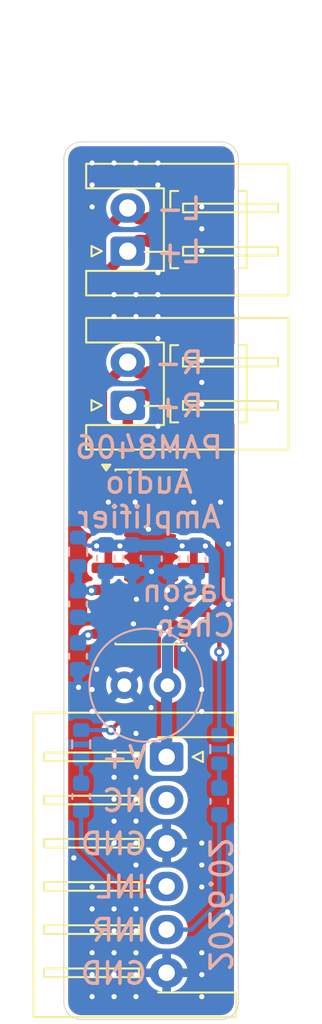
<source format=kicad_pcb>
(kicad_pcb (version 20241229) (generator "pcbnew") (generator_version "9.0")
  (layers (0 "F.Cu" signal) (2 "B.Cu" signal) (13 "F.Paste" user) (15 "B.Paste" user) (5 "F.SilkS" user "F.Silkscreen") (7 "B.SilkS" user "B.Silkscreen") (1 "F.Mask" user) (3 "B.Mask" user) (25 "Edge.Cuts" user))
  (net 0 "")
  (net 1 "VCC")
  (net 2 "GND")
  (net 3 "/INL")
  (net 4 "Net-(C2-Pad2)")
  (net 5 "/INR")
  (net 6 "Net-(C3-Pad2)")
  (net 7 "/VREF")
  (net 8 "Net-(U1-VDD)")
  (net 9 "/LOUT+")
  (net 10 "/LOUT-")
  (net 11 "/ROUT-")
  (net 12 "/ROUT+")
  (net 14 "Net-(U1-INL)")
  (net 15 "Net-(U1-INR)")
  (footprint "Package_SO:SOIC-16_3.9x9.9mm_P1.27mm" (layer "F.Cu") (at 142.55 97.9)
    (property "Reference" "U1" (hide yes))
    (property "Value" "PAM8406D")
    (fp_line (start -2.06 -5.06) (end 2.06 -5.06) (stroke (width 0.12)) (layer "F.SilkS"))
    (fp_line (start -2.06 -5.005) (end -2.06 -5.06) (stroke (width 0.12)) (layer "F.SilkS"))
    (fp_line (start -2.06 5.06) (end -2.06 5.005) (stroke (width 0.12)) (layer "F.SilkS"))
    (fp_line (start 2.06 -5.06) (end 2.06 -5.005) (stroke (width 0.12)) (layer "F.SilkS"))
    (fp_line (start 2.06 5.005) (end 2.06 5.06) (stroke (width 0.12)) (layer "F.SilkS"))
    (fp_line (start 2.06 5.06) (end -2.06 5.06) (stroke (width 0.12)) (layer "F.SilkS"))
    (fp_poly (pts (xy -2.6 -5.01) (xy -2.84 -5.34) (xy -2.36 -5.34)) (stroke (width 0.12)) (fill yes) (layer "F.SilkS"))
    (pad "1" smd roundrect (at -2.475 -4.445) (size 1.95 0.6) (layers "F.Cu" "F.Mask" "F.Paste") (net 9 "/LOUT+"))
    (pad "2" smd roundrect (at -2.475 -3.175) (size 1.95 0.6) (layers "F.Cu" "F.Mask" "F.Paste") (net 2 "GND"))
    (pad "3" smd roundrect (at -2.475 -1.905) (size 1.95 0.6) (layers "F.Cu" "F.Mask" "F.Paste") (net 10 "/LOUT-"))
    (pad "4" smd roundrect (at -2.475 -0.635) (size 1.95 0.6) (layers "F.Cu" "F.Mask" "F.Paste") (net 1 "VCC"))
    (pad "5" smd roundrect (at -2.475 0.635) (size 1.95 0.6) (layers "F.Cu" "F.Mask" "F.Paste") (net 1 "VCC"))
    (pad "6" smd roundrect (at -2.475 1.905) (size 1.95 0.6) (layers "F.Cu" "F.Mask" "F.Paste") (net 8 "Net-(U1-VDD)"))
    (pad "7" smd roundrect (at -2.475 3.175) (size 1.95 0.6) (layers "F.Cu" "F.Mask" "F.Paste") (net 14 "Net-(U1-INL)"))
    (pad "8" smd roundrect (at -2.475 4.445) (size 1.95 0.6) (layers "F.Cu" "F.Mask" "F.Paste") (net 7 "/VREF"))
    (pad "9" smd roundrect (at 2.475 4.445) (size 1.95 0.6) (layers "F.Cu" "F.Mask" "F.Paste") (net 1 "VCC"))
    (pad "10" smd roundrect (at 2.475 3.175) (size 1.95 0.6) (layers "F.Cu" "F.Mask" "F.Paste") (net 15 "Net-(U1-INR)"))
    (pad "11" smd roundrect (at 2.475 1.905) (size 1.95 0.6) (layers "F.Cu" "F.Mask" "F.Paste") (net 2 "GND"))
    (pad "12" smd roundrect (at 2.475 0.635) (size 1.95 0.6) (layers "F.Cu" "F.Mask" "F.Paste") (net 1 "VCC"))
    (pad "13" smd roundrect (at 2.475 -0.635) (size 1.95 0.6) (layers "F.Cu" "F.Mask" "F.Paste") (net 1 "VCC"))
    (pad "14" smd roundrect (at 2.475 -1.905) (size 1.95 0.6) (layers "F.Cu" "F.Mask" "F.Paste") (net 11 "/ROUT-"))
    (pad "15" smd roundrect (at 2.475 -3.175) (size 1.95 0.6) (layers "F.Cu" "F.Mask" "F.Paste") (net 2 "GND"))
    (pad "16" smd roundrect (at 2.475 -4.445) (size 1.95 0.6) (layers "F.Cu" "F.Mask" "F.Paste") (net 12 "/ROUT+"))
  )
  (footprint "Connector_Molex:Molex_PicoBlade_53261-0271_1x02-1MP_P1.25mm_Horizontal" (layer "F.Cu") (at 145.375 87.875 90)
    (property "Reference" "J4" (hide yes))
    (property "Value" "PicoBlade_2P_P1.25mm_Horizontal")
    (fp_line (start 2.235 -1.71) (end 1.285 -1.71) (stroke (width 0.12)) (layer "F.SilkS"))
    (fp_line (start -1.285 -1.71) (end -1.285 -3.2) (stroke (width 0.12)) (layer "F.SilkS"))
    (fp_line (start -2.235 -1.71) (end -1.285 -1.71) (stroke (width 0.12)) (layer "F.SilkS"))
    (fp_line (start 2.235 -1.26) (end 2.235 -1.71) (stroke (width 0.12)) (layer "F.SilkS"))
    (fp_line (start -2.235 -1.26) (end -2.235 -1.71) (stroke (width 0.12)) (layer "F.SilkS"))
    (fp_line (start -2.235 2.26) (end -2.235 2.71) (stroke (width 0.12)) (layer "F.SilkS"))
    (fp_line (start 2.235 2.71) (end 2.235 2.26) (stroke (width 0.12)) (layer "F.SilkS"))
    (fp_line (start -2.235 2.71) (end 2.235 2.71) (stroke (width 0.12)) (layer "F.SilkS"))
    (pad "1" smd roundrect (at -0.625 -2.4 90) (size 0.8 1.6) (layers "F.Cu" "F.Mask" "F.Paste") (net 12 "/ROUT+"))
    (pad "2" smd roundrect (at 0.625 -2.4 90) (size 0.8 1.6) (layers "F.Cu" "F.Mask" "F.Paste") (net 11 "/ROUT-"))
    (pad "MP" smd roundrect (at -3.175 0.5 90) (size 2.1 3) (layers "F.Cu" "F.Mask" "F.Paste") (roundrect_rratio 0.119048) (net 2 "GND"))
    (pad "MP" smd roundrect (at 3.175 0.5 90) (size 2.1 3) (layers "F.Cu" "F.Mask" "F.Paste") (roundrect_rratio 0.119048) (net 2 "GND"))
  )
  (footprint "Connector_JST:JST_XH_S2B-XH-A_1x02_P2.50mm_Horizontal" (layer "F.Cu") (at 141.2 89.125 90)
    (property "Reference" "J3" (hide yes))
    (property "Value" "JST-XH 2.54mm 2P")
    (fp_line (start 5.06 -2.41) (end 3.64 -2.41) (stroke (width 0.12)) (layer "F.SilkS"))
    (fp_line (start 3.64 -2.41) (end 3.64 2.09) (stroke (width 0.12)) (layer "F.SilkS"))
    (fp_line (start -1.14 -2.41) (end -1.14 2.09) (stroke (width 0.12)) (layer "F.SilkS"))
    (fp_line (start -2.56 -2.41) (end -1.14 -2.41) (stroke (width 0.12)) (layer "F.SilkS"))
    (fp_line (start 0.3 -2.1) (end 0 -1.5) (stroke (width 0.12)) (layer "F.SilkS"))
    (fp_line (start -0.3 -2.1) (end 0.3 -2.1) (stroke (width 0.12)) (layer "F.SilkS"))
    (fp_line (start 0 -1.5) (end -0.3 -2.1) (stroke (width 0.12)) (layer "F.SilkS"))
    (fp_line (start 3.64 2.09) (end 1.25 2.09) (stroke (width 0.12)) (layer "F.SilkS"))
    (fp_line (start -1.14 2.09) (end 1.25 2.09) (stroke (width 0.12)) (layer "F.SilkS"))
    (fp_line (start 5.06 9.31) (end 5.06 -2.41) (stroke (width 0.12)) (layer "F.SilkS"))
    (fp_line (start 1.25 9.31) (end 5.06 9.31) (stroke (width 0.12)) (layer "F.SilkS"))
    (fp_line (start 1.25 9.31) (end -2.56 9.31) (stroke (width 0.12)) (layer "F.SilkS"))
    (fp_line (start -2.56 9.31) (end -2.56 -2.41) (stroke (width 0.12)) (layer "F.SilkS"))
    (fp_rect (start 2.25 3.2) (end 2.75 8.7) (stroke (width 0.12)) (fill no) (layer "F.SilkS"))
    (fp_rect (start -0.25 3.2) (end 0.25 8.7) (stroke (width 0.12)) (fill no) (layer "F.SilkS"))
    (pad "1" thru_hole roundrect (at 0 0 90) (size 1.7 2) (drill 1) (layers "*.Cu" "*.Mask") (roundrect_rratio 0.147059) (net 12 "/ROUT+"))
    (pad "2" thru_hole oval (at 2.5 0 90) (size 1.7 2) (drill 1) (layers "*.Cu" "*.Mask") (net 11 "/ROUT-"))
  )
  (footprint "Connector_Molex:Molex_PicoBlade_53261-0271_1x02-1MP_P1.25mm_Horizontal" (layer "F.Cu") (at 145.375 78.95 90)
    (property "Reference" "J6" (hide yes))
    (property "Value" "PicoBlade_2P_P1.25mm_Horizontal")
    (fp_line (start 2.235 -1.71) (end 1.285 -1.71) (stroke (width 0.12)) (layer "F.SilkS"))
    (fp_line (start -1.285 -1.71) (end -1.285 -3.2) (stroke (width 0.12)) (layer "F.SilkS"))
    (fp_line (start -2.235 -1.71) (end -1.285 -1.71) (stroke (width 0.12)) (layer "F.SilkS"))
    (fp_line (start 2.235 -1.26) (end 2.235 -1.71) (stroke (width 0.12)) (layer "F.SilkS"))
    (fp_line (start -2.235 -1.26) (end -2.235 -1.71) (stroke (width 0.12)) (layer "F.SilkS"))
    (fp_line (start -2.235 2.26) (end -2.235 2.71) (stroke (width 0.12)) (layer "F.SilkS"))
    (fp_line (start 2.235 2.71) (end 2.235 2.26) (stroke (width 0.12)) (layer "F.SilkS"))
    (fp_line (start -2.235 2.71) (end 2.235 2.71) (stroke (width 0.12)) (layer "F.SilkS"))
    (pad "1" smd roundrect (at -0.625 -2.4 90) (size 0.8 1.6) (layers "F.Cu" "F.Mask" "F.Paste") (net 9 "/LOUT+"))
    (pad "2" smd roundrect (at 0.625 -2.4 90) (size 0.8 1.6) (layers "F.Cu" "F.Mask" "F.Paste") (net 10 "/LOUT-"))
    (pad "MP" smd roundrect (at -3.175 0.5 90) (size 2.1 3) (layers "F.Cu" "F.Mask" "F.Paste") (roundrect_rratio 0.119048) (net 2 "GND"))
    (pad "MP" smd roundrect (at 3.175 0.5 90) (size 2.1 3) (layers "F.Cu" "F.Mask" "F.Paste") (roundrect_rratio 0.119048) (net 2 "GND"))
  )
  (footprint "Connector_JST:JST_XH_S6B-XH-A-1_1x06_P2.50mm_Horizontal" (layer "F.Cu") (at 143.45 109.475 -90)
    (property "Reference" "J1" (hide yes))
    (property "Value" "EXT")
    (fp_line (start -2.56 7.71) (end -2.56 -4.01) (stroke (width 0.12)) (layer "F.SilkS"))
    (fp_line (start 6.25 7.71) (end -2.56 7.71) (stroke (width 0.12)) (layer "F.SilkS"))
    (fp_line (start 6.25 7.71) (end 15.06 7.71) (stroke (width 0.12)) (layer "F.SilkS"))
    (fp_line (start 15.06 7.71) (end 15.06 -4.01) (stroke (width 0.12)) (layer "F.SilkS"))
    (fp_line (start 0 -1.5) (end -0.3 -2.1) (stroke (width 0.12)) (layer "F.SilkS"))
    (fp_line (start -0.3 -2.1) (end 0.3 -2.1) (stroke (width 0.12)) (layer "F.SilkS"))
    (fp_line (start 0.3 -2.1) (end 0 -1.5) (stroke (width 0.12)) (layer "F.SilkS"))
    (fp_line (start -2.56 -4.01) (end -1.14 -4.01) (stroke (width 0.12)) (layer "F.SilkS"))
    (fp_line (start -1.14 -4.01) (end -1.14 0.49) (stroke (width 0.12)) (layer "F.SilkS"))
    (fp_line (start 13.64 -4.01) (end 13.64 0.49) (stroke (width 0.12)) (layer "F.SilkS"))
    (fp_line (start 15.06 -4.01) (end 13.64 -4.01) (stroke (width 0.12)) (layer "F.SilkS"))
    (fp_rect (start -0.25 1.6) (end 0.25 7.1) (stroke (width 0.12)) (fill no) (layer "F.SilkS"))
    (fp_rect (start 2.25 1.6) (end 2.75 7.1) (stroke (width 0.12)) (fill no) (layer "F.SilkS"))
    (fp_rect (start 4.75 1.6) (end 5.25 7.1) (stroke (width 0.12)) (fill no) (layer "F.SilkS"))
    (fp_rect (start 7.25 1.6) (end 7.75 7.1) (stroke (width 0.12)) (fill no) (layer "F.SilkS"))
    (fp_rect (start 9.75 1.6) (end 10.25 7.1) (stroke (width 0.12)) (fill no) (layer "F.SilkS"))
    (fp_rect (start 12.25 1.6) (end 12.75 7.1) (stroke (width 0.12)) (fill no) (layer "F.SilkS"))
    (pad "1" thru_hole roundrect (at 0 0 270) (size 1.7 1.95) (drill 0.95) (layers "*.Cu" "*.Mask") (roundrect_rratio 0.147059) (net 1 "VCC"))
    (pad "2" thru_hole oval (at 2.5 0 270) (size 1.7 1.95) (drill 0.95) (layers "*.Cu" "*.Mask"))
    (pad "3" thru_hole oval (at 5 0 270) (size 1.7 1.95) (drill 0.95) (layers "*.Cu" "*.Mask") (net 2 "GND"))
    (pad "4" thru_hole oval (at 7.5 0 270) (size 1.7 1.95) (drill 0.95) (layers "*.Cu" "*.Mask") (net 3 "/INL"))
    (pad "5" thru_hole oval (at 10 0 270) (size 1.7 1.95) (drill 0.95) (layers "*.Cu" "*.Mask") (net 5 "/INR"))
    (pad "6" thru_hole oval (at 12.5 0 270) (size 1.7 1.95) (drill 0.95) (layers "*.Cu" "*.Mask") (net 2 "GND"))
  )
  (footprint "Connector_JST:JST_XH_S2B-XH-A_1x02_P2.50mm_Horizontal" (layer "F.Cu") (at 141.2 80.2 90)
    (property "Reference" "J2" (hide yes))
    (property "Value" "JST-XH 2.54mm 2P")
    (fp_line (start 5.06 -2.41) (end 3.64 -2.41) (stroke (width 0.12)) (layer "F.SilkS"))
    (fp_line (start 3.64 -2.41) (end 3.64 2.09) (stroke (width 0.12)) (layer "F.SilkS"))
    (fp_line (start -1.14 -2.41) (end -1.14 2.09) (stroke (width 0.12)) (layer "F.SilkS"))
    (fp_line (start -2.56 -2.41) (end -1.14 -2.41) (stroke (width 0.12)) (layer "F.SilkS"))
    (fp_line (start 0.3 -2.1) (end 0 -1.5) (stroke (width 0.12)) (layer "F.SilkS"))
    (fp_line (start -0.3 -2.1) (end 0.3 -2.1) (stroke (width 0.12)) (layer "F.SilkS"))
    (fp_line (start 0 -1.5) (end -0.3 -2.1) (stroke (width 0.12)) (layer "F.SilkS"))
    (fp_line (start 3.64 2.09) (end 1.25 2.09) (stroke (width 0.12)) (layer "F.SilkS"))
    (fp_line (start -1.14 2.09) (end 1.25 2.09) (stroke (width 0.12)) (layer "F.SilkS"))
    (fp_line (start 5.06 9.31) (end 5.06 -2.41) (stroke (width 0.12)) (layer "F.SilkS"))
    (fp_line (start 1.25 9.31) (end 5.06 9.31) (stroke (width 0.12)) (layer "F.SilkS"))
    (fp_line (start 1.25 9.31) (end -2.56 9.31) (stroke (width 0.12)) (layer "F.SilkS"))
    (fp_line (start -2.56 9.31) (end -2.56 -2.41) (stroke (width 0.12)) (layer "F.SilkS"))
    (fp_rect (start 2.25 3.2) (end 2.75 8.7) (stroke (width 0.12)) (fill no) (layer "F.SilkS"))
    (fp_rect (start -0.25 3.2) (end 0.25 8.7) (stroke (width 0.12)) (fill no) (layer "F.SilkS"))
    (pad "1" thru_hole roundrect (at 0 0 90) (size 1.7 2) (drill 1) (layers "*.Cu" "*.Mask") (roundrect_rratio 0.147059) (net 9 "/LOUT+"))
    (pad "2" thru_hole oval (at 2.5 0 90) (size 1.7 2) (drill 1) (layers "*.Cu" "*.Mask") (net 10 "/LOUT-"))
  )
  (footprint "Capacitor_SMD:C_0603_1608Metric" (layer "B.Cu") (at 138.5 111.775 90)
    (property "Reference" "C2" (hide yes))
    (property "Value" "1u")
    (fp_line (start -0.14058 -0.51) (end 0.14058 -0.51) (stroke (width 0.12)) (layer "B.SilkS"))
    (fp_line (start -0.14058 0.51) (end 0.14058 0.51) (stroke (width 0.12)) (layer "B.SilkS"))
    (pad "1" smd roundrect (at -0.775 0 90) (size 0.9 0.95) (layers "B.Cu" "B.Mask" "B.Paste") (net 3 "/INL"))
    (pad "2" smd roundrect (at 0.775 0 90) (size 0.9 0.95) (layers "B.Cu" "B.Mask" "B.Paste") (net 4 "Net-(C2-Pad2)"))
  )
  (footprint "Capacitor_SMD:C_0603_1608Metric" (layer "B.Cu") (at 139.925 97.975 -90)
    (property "Reference" "C4" (hide yes))
    (property "Value" "10u")
    (fp_line (start -0.14058 0.51) (end 0.14058 0.51) (stroke (width 0.12)) (layer "B.SilkS"))
    (fp_line (start -0.14058 -0.51) (end 0.14058 -0.51) (stroke (width 0.12)) (layer "B.SilkS"))
    (pad "1" smd roundrect (at -0.775 0 270) (size 0.9 0.95) (layers "B.Cu" "B.Mask" "B.Paste") (net 1 "VCC"))
    (pad "2" smd roundrect (at 0.775 0 270) (size 0.9 0.95) (layers "B.Cu" "B.Mask" "B.Paste") (net 2 "GND"))
  )
  (footprint "Capacitor_SMD:C_0603_1608Metric" (layer "B.Cu") (at 138.325 100.625 90)
    (property "Reference" "C7" (hide yes))
    (property "Value" "1u")
    (fp_line (start -0.14058 -0.51) (end 0.14058 -0.51) (stroke (width 0.12)) (layer "B.SilkS"))
    (fp_line (start -0.14058 0.51) (end 0.14058 0.51) (stroke (width 0.12)) (layer "B.SilkS"))
    (pad "1" smd roundrect (at -0.775 0 90) (size 0.9 0.95) (layers "B.Cu" "B.Mask" "B.Paste") (net 2 "GND"))
    (pad "2" smd roundrect (at 0.775 0 90) (size 0.9 0.95) (layers "B.Cu" "B.Mask" "B.Paste") (net 8 "Net-(U1-VDD)"))
  )
  (footprint "Capacitor_SMD:C_0603_1608Metric" (layer "B.Cu") (at 138.325 103.65 -90)
    (property "Reference" "C5" (hide yes))
    (property "Value" "1uF")
    (fp_line (start -0.14058 0.51) (end 0.14058 0.51) (stroke (width 0.12)) (layer "B.SilkS"))
    (fp_line (start -0.14058 -0.51) (end 0.14058 -0.51) (stroke (width 0.12)) (layer "B.SilkS"))
    (pad "1" smd roundrect (at -0.775 0 270) (size 0.9 0.95) (layers "B.Cu" "B.Mask" "B.Paste") (net 7 "/VREF"))
    (pad "2" smd roundrect (at 0.775 0 270) (size 0.9 0.95) (layers "B.Cu" "B.Mask" "B.Paste") (net 2 "GND"))
  )
  (footprint "Capacitor_SMD:C_0603_1608Metric" (layer "B.Cu") (at 141.45 97.975 -90)
    (property "Reference" "C6" (hide yes))
    (property "Value" "1u")
    (fp_line (start -0.14058 0.51) (end 0.14058 0.51) (stroke (width 0.12)) (layer "B.SilkS"))
    (fp_line (start -0.14058 -0.51) (end 0.14058 -0.51) (stroke (width 0.12)) (layer "B.SilkS"))
    (pad "1" smd roundrect (at -0.775 0 270) (size 0.9 0.95) (layers "B.Cu" "B.Mask" "B.Paste") (net 1 "VCC"))
    (pad "2" smd roundrect (at 0.775 0 270) (size 0.9 0.95) (layers "B.Cu" "B.Mask" "B.Paste") (net 2 "GND"))
  )
  (footprint "Capacitor_SMD:C_0603_1608Metric" (layer "B.Cu") (at 145.2 98 -90)
    (property "Reference" "C9" (hide yes))
    (property "Value" "10u")
    (fp_line (start -0.14058 0.51) (end 0.14058 0.51) (stroke (width 0.12)) (layer "B.SilkS"))
    (fp_line (start -0.14058 -0.51) (end 0.14058 -0.51) (stroke (width 0.12)) (layer "B.SilkS"))
    (pad "1" smd roundrect (at -0.775 0 270) (size 0.9 0.95) (layers "B.Cu" "B.Mask" "B.Paste") (net 1 "VCC"))
    (pad "2" smd roundrect (at 0.775 0 270) (size 0.9 0.95) (layers "B.Cu" "B.Mask" "B.Paste") (net 2 "GND"))
  )
  (footprint "Capacitor_SMD:C_0603_1608Metric" (layer "B.Cu") (at 146.5 112.05 90)
    (property "Reference" "C3" (hide yes))
    (property "Value" "1u")
    (fp_line (start -0.14058 -0.51) (end 0.14058 -0.51) (stroke (width 0.12)) (layer "B.SilkS"))
    (fp_line (start -0.14058 0.51) (end 0.14058 0.51) (stroke (width 0.12)) (layer "B.SilkS"))
    (pad "1" smd roundrect (at -0.775 0 90) (size 0.9 0.95) (layers "B.Cu" "B.Mask" "B.Paste") (net 5 "/INR"))
    (pad "2" smd roundrect (at 0.775 0 90) (size 0.9 0.95) (layers "B.Cu" "B.Mask" "B.Paste") (net 6 "Net-(C3-Pad2)"))
  )
  (footprint "Resistor_SMD:R_0603_1608Metric" (layer "B.Cu") (at 146.5 109.025 90)
    (property "Reference" "R2" (hide yes))
    (property "Value" "10k")
    (fp_line (start -0.237258 -0.5225) (end 0.237258 -0.5225) (stroke (width 0.12)) (layer "B.SilkS"))
    (fp_line (start -0.237258 0.5225) (end 0.237258 0.5225) (stroke (width 0.12)) (layer "B.SilkS"))
    (pad "1" smd roundrect (at -0.825 0 90) (size 0.8 0.95) (layers "B.Cu" "B.Mask" "B.Paste") (net 6 "Net-(C3-Pad2)"))
    (pad "2" smd roundrect (at 0.825 0 90) (size 0.8 0.95) (layers "B.Cu" "B.Mask" "B.Paste") (net 15 "Net-(U1-INR)"))
  )
  (footprint "Resistor_SMD:R_0603_1608Metric" (layer "B.Cu") (at 138.325 97.6 -90)
    (property "Reference" "R3" (hide yes))
    (property "Value" "0")
    (fp_line (start -0.237258 0.5225) (end 0.237258 0.5225) (stroke (width 0.12)) (layer "B.SilkS"))
    (fp_line (start -0.237258 -0.5225) (end 0.237258 -0.5225) (stroke (width 0.12)) (layer "B.SilkS"))
    (pad "1" smd roundrect (at -0.825 0 270) (size 0.8 0.95) (layers "B.Cu" "B.Mask" "B.Paste") (net 1 "VCC"))
    (pad "2" smd roundrect (at 0.825 0 270) (size 0.8 0.95) (layers "B.Cu" "B.Mask" "B.Paste") (net 8 "Net-(U1-VDD)"))
  )
  (footprint "Capacitor_THT:C_Radial_D6.3mm_H7.0mm_P2.50mm" (layer "B.Cu") (at 143.5 105.325 180)
    (property "Reference" "C1" (hide yes))
    (property "Value" "220u 10V")
    (fp_circle (center 1.25 0) (end 4.52 0) (stroke (width 0.12)) (fill no) (layer "B.SilkS"))
    (pad "1" thru_hole circle (at 0 0 180) (size 1.6 1.6) (drill 0.8) (layers "*.Cu" "*.Mask") (net 1 "VCC"))
    (pad "2" thru_hole circle (at 2.5 0 180) (size 1.6 1.6) (drill 0.8) (layers "*.Cu" "*.Mask") (net 2 "GND"))
  )
  (footprint "Resistor_SMD:R_0603_1608Metric" (layer "B.Cu") (at 138.5 108.75 90)
    (property "Reference" "R1" (hide yes))
    (property "Value" "10k")
    (fp_line (start -0.237258 -0.5225) (end 0.237258 -0.5225) (stroke (width 0.12)) (layer "B.SilkS"))
    (fp_line (start -0.237258 0.5225) (end 0.237258 0.5225) (stroke (width 0.12)) (layer "B.SilkS"))
    (pad "1" smd roundrect (at -0.825 0 90) (size 0.8 0.95) (layers "B.Cu" "B.Mask" "B.Paste") (net 4 "Net-(C2-Pad2)"))
    (pad "2" smd roundrect (at 0.825 0 90) (size 0.8 0.95) (layers "B.Cu" "B.Mask" "B.Paste") (net 14 "Net-(U1-INL)"))
  )
  (footprint "Capacitor_SMD:C_0603_1608Metric" (layer "B.Cu") (at 143.675 98 -90)
    (property "Reference" "C8" (hide yes))
    (property "Value" "1u")
    (fp_line (start -0.14058 0.51) (end 0.14058 0.51) (stroke (width 0.12)) (layer "B.SilkS"))
    (fp_line (start -0.14058 -0.51) (end 0.14058 -0.51) (stroke (width 0.12)) (layer "B.SilkS"))
    (pad "1" smd roundrect (at -0.775 0 270) (size 0.9 0.95) (layers "B.Cu" "B.Mask" "B.Paste") (net 1 "VCC"))
    (pad "2" smd roundrect (at 0.775 0 270) (size 0.9 0.95) (layers "B.Cu" "B.Mask" "B.Paste") (net 2 "GND"))
  )
  (gr_line (start 147.6 74.875) (end 147.6 123.675) (stroke (width 0.05)) (layer "Edge.Cuts"))
  (gr_arc (start 146.6 73.875) (mid 147.307107 74.167893) (end 147.6 74.875) (stroke (width 0.05)) (layer "Edge.Cuts"))
  (gr_arc (start 138.5 124.675) (mid 137.792893 124.382107) (end 137.5 123.675) (stroke (width 0.05)) (layer "Edge.Cuts"))
  (gr_line (start 146.6 124.675) (end 138.5 124.675) (stroke (width 0.05)) (layer "Edge.Cuts"))
  (gr_arc (start 147.6 123.675) (mid 147.307107 124.382107) (end 146.6 124.675) (stroke (width 0.05)) (layer "Edge.Cuts"))
  (gr_line (start 138.5 73.875) (end 146.6 73.875) (stroke (width 0.05)) (layer "Edge.Cuts"))
  (gr_arc (start 137.5 74.875) (mid 137.792893 74.167893) (end 138.5 73.875) (stroke (width 0.05)) (layer "Edge.Cuts"))
  (gr_line (start 137.5 123.675) (end 137.5 74.875) (stroke (width 0.05)) (layer "Edge.Cuts"))
  (gr_text "GND" (at 142.425 115.24275 0) (layer "B.SilkS") (effects (font (size 1.25 1.25) (thickness 0.2)) (justify left bottom mirror)))
  (gr_text "NC" (at 142.425 112.74275 0) (layer "B.SilkS") (effects (font (size 1.25 1.25) (thickness 0.2)) (justify left bottom mirror)))
  (gr_text "L+" (at 145.575 80.96775 0) (layer "B.SilkS") (effects (font (size 1.25 1.25) (thickness 0.2)) (justify left bottom mirror)))
  (gr_text "L-" (at 145.575 78.46775 0) (layer "B.SilkS") (effects (font (size 1.25 1.25) (thickness 0.2)) (justify left bottom mirror)))
  (gr_text "V+" (at 142.425 110.24275 0) (layer "B.SilkS") (effects (font (size 1.25 1.25) (thickness 0.2)) (justify left bottom mirror)))
  (gr_text "INR" (at 142.425 120.24275 0) (layer "B.SilkS") (effects (font (size 1.25 1.25) (thickness 0.2)) (justify left bottom mirror)))
  (gr_text "PAM8406\nAudio\nAmplifier" (at 142.425 96.325 0) (layer "B.SilkS") (effects (font (size 1.25 1.25) (thickness 0.2)) (justify bottom mirror)))
  (gr_text "GND" (at 142.425 122.74275 0) (layer "B.SilkS") (effects (font (size 1.25 1.25) (thickness 0.2)) (justify left bottom mirror)))
  (gr_text "2026.02" (at 145.8 118.025 270) (layer "B.SilkS") (effects (font (size 1.25 1.25) (thickness 0.2)) (justify bottom mirror)))
  (gr_text "Jason\nChen" (at 147.525 102.6 0) (layer "B.SilkS") (effects (font (size 1.25 1.25) (thickness 0.2)) (justify left bottom mirror)))
  (gr_text "R+" (at 145.694048 89.89275 0) (layer "B.SilkS") (effects (font (size 1.25 1.25) (thickness 0.2)) (justify left bottom mirror)))
  (gr_text "INL" (at 142.425 117.74275 0) (layer "B.SilkS") (effects (font (size 1.25 1.25) (thickness 0.2)) (justify left bottom mirror)))
  (gr_text "R-" (at 145.694048 87.39275 0) (layer "B.SilkS") (effects (font (size 1.25 1.25) (thickness 0.2)) (justify left bottom mirror)))
  (segment (start 145.025 98.535) (end 145.025 97.265) (width 0.45) (layer "F.Cu") (net 1))
  (segment (start 140.075 98.535) (end 140.075 97.265) (width 0.45) (layer "F.Cu") (net 1))
  (segment (start 145.025 102.345) (end 143.73 102.345) (width 0.25) (layer "F.Cu") (net 1))
  (segment (start 143.5 102.575) (end 143.5 105.325) (width 0.25) (layer "F.Cu") (net 1))
  (segment (start 143.73 102.345) (end 143.5 102.575) (width 0.25) (layer "F.Cu") (net 1))
  (via (at 139.396739 97.26261) (size 0.6) (drill 0.3) (layers "F.Cu" "B.Cu") (net 1))
  (via (at 145.69507 97.265805) (size 0.6) (drill 0.3) (layers "F.Cu" "B.Cu") (net 1))
  (via (at 140.74507 97.265805) (size 0.6) (drill 0.3) (layers "F.Cu" "B.Cu") (net 1))
  (via (at 144.346739 97.26261) (size 0.6) (drill 0.3) (layers "F.Cu" "B.Cu") (net 1))
  (segment (start 143.45 109.475) (end 143.45 105.375) (width 0.65) (layer "B.Cu") (net 1))
  (segment (start 143.45 105.375) (end 143.5 105.325) (width 0.65) (layer "B.Cu") (net 1))
  (segment (start 146.201 100.074) (end 146.201 97.776) (width 0.65) (layer "B.Cu") (net 1))
  (segment (start 138.325 96.775) (end 138.8 97.25) (width 0.25) (layer "B.Cu") (net 1))
  (segment (start 143.5 102.775) (end 146.201 100.074) (width 0.65) (layer "B.Cu") (net 1))
  (segment (start 145.69507 97.265805) (end 145.654265 97.225) (width 0.65) (layer "B.Cu") (net 1))
  (segment (start 143.5 105.325) (end 143.5 102.775) (width 0.65) (layer "B.Cu") (net 1))
  (segment (start 139.434349 97.225) (end 139.396739 97.26261) (width 0.65) (layer "B.Cu") (net 1))
  (segment (start 145.65 97.225) (end 145.2 97.225) (width 0.65) (layer "B.Cu") (net 1))
  (segment (start 139.384129 97.25) (end 139.396739 97.26261) (width 0.25) (layer "B.Cu") (net 1))
  (segment (start 138.8 97.25) (end 139.384129 97.25) (width 0.25) (layer "B.Cu") (net 1))
  (segment (start 146.201 97.776) (end 145.65 97.225) (width 0.65) (layer "B.Cu") (net 1))
  (segment (start 145.654265 97.225) (end 139.434349 97.225) (width 0.65) (layer "B.Cu") (net 1))
  (segment (start 141.625 94.725) (end 140.075 94.725) (width 0.65) (layer "F.Cu") (net 2))
  (segment (start 145.025 94.725) (end 146.575 94.725) (width 0.65) (layer "F.Cu") (net 2))
  (via (at 140.405 120.815) (size 0.6) (drill 0.3) (layers "F.Cu" "B.Cu") (net 2))
  (via (at 145.485 80.175) (size 0.6) (drill 0.3) (layers "F.Cu" "B.Cu") (net 2))
  (via (at 139.135 117.005) (size 0.6) (drill 0.3) (layers "F.Cu" "B.Cu") (net 2))
  (via (at 142.575 98.75) (size 0.6) (drill 0.3) (layers "F.Cu" "B.Cu") (net 2))
  (via (at 141.675 120.815) (size 0.6) (drill 0.3) (layers "F.Cu" "B.Cu") (net 2))
  (via (at 145.485 115.735) (size 0.6) (drill 0.3) (layers "F.Cu" "B.Cu") (net 2))
  (via (at 141.675 122.085) (size 0.6) (drill 0.3) (layers "F.Cu" "B.Cu") (net 2))
  (via (at 142.945 90.335) (size 0.6) (drill 0.3) (layers "F.Cu" "B.Cu") (net 2))
  (via (at 145.485 89.065) (size 0.6) (drill 0.3) (layers "F.Cu" "B.Cu") (net 2))
  (via (at 147.025 100.65) (size 0.6) (drill 0.3) (layers "F.Cu" "B.Cu") (net 2))
  (via (at 142.945 83.985) (size 0.6) (drill 0.3) (layers "F.Cu" "B.Cu") (net 2))
  (via (at 145.485 106.845) (size 0.6) (drill 0.3) (layers "F.Cu" "B.Cu") (net 2))
  (via (at 140.405 83.985) (size 0.6) (drill 0.3) (layers "F.Cu" "B.Cu") (net 2))
  (via (at 141.675 83.985) (size 0.6) (drill 0.3) (layers "F.Cu" "B.Cu") (net 2))
  (via (at 140.405 122.085) (size 0.6) (drill 0.3) (layers "F.Cu" "B.Cu") (net 2))
  (via (at 142.945 81.445) (size 0.6) (drill 0.3) (layers "F.Cu" "B.Cu") (net 2))
  (via (at 142.945 75.095) (size 0.6) (drill 0.3) (layers "F.Cu" "B.Cu") (net 2))
  (via (at 142.4 96.3) (size 0.6) (drill 0.3) (layers "F.Cu" "B.Cu") (net 2))
  (via (at 143.025 101.975) (size 0.6) (drill 0.3) (layers "F.Cu" "B.Cu") (net 2))
  (via (at 141.675 82.715) (size 0.6) (drill 0.3) (layers "F.Cu" "B.Cu") (net 2))
  (via (at 142.945 85.255) (size 0.6) (drill 0.3) (layers "F.Cu" "B.Cu") (net 2))
  (via (at 145.485 77.635) (size 0.6) (drill 0.3) (layers "F.Cu" "B.Cu") (net 2))
  (via (at 141.675 123.355) (size 0.6) (drill 0.3) (layers "F.Cu" "B.Cu") (net 2))
  (via (at 141.675 109.385) (size 0.6) (drill 0.3) (layers "F.Cu" "B.Cu") (net 2))
  (via (at 140.075 94.725) (size 0.6) (drill 0.3) (layers "F.Cu" "B.Cu") (net 2))
  (via (at 145.025 94.725) (size 0.6) (drill 0.3) (layers "F.Cu" "B.Cu") (net 2))
  (via (at 140.405 75.095) (size 0.6) (drill 0.3) (layers "F.Cu" "B.Cu") (net 2))
  (via (at 140.405 113.195) (size 0.6) (drill 0.3) (layers "F.Cu" "B.Cu") (net 2))
  (via (at 139.135 77.635) (size 0.6) (drill 0.3) (layers "F.Cu" "B.Cu") (net 2))
  (via (at 140.405 123.355) (size 0.6) (drill 0.3) (layers "F.Cu" "B.Cu") (net 2))
  (via (at 141.7 100.35) (size 0.6) (drill 0.3) (layers "F.Cu" "B.Cu") (net 2))
  (via (at 141.675 108.115) (size 0.6) (drill 0.3) (layers "F.Cu" "B.Cu") (net 2))
  (via (at 139.135 118.275) (size 0.6) (drill 0.3) (layers "F.Cu" "B.Cu") (net 2))
  (via (at 145.485 86.525) (size 0.6) (drill 0.3) (layers "F.Cu" "B.Cu") (net 2))
  (via (at 139.135 119.545) (size 0.6) (drill 0.3) (layers "F.Cu" "B.Cu") (net 2))
  (via (at 140.405 114.465) (size 0.6) (drill 0.3) (layers "F.Cu" "B.Cu") (net 2))
  (via (at 140.405 82.715) (size 0.6) (drill 0.3) (layers "F.Cu" "B.Cu") (net 2))
  (via (at 141.675 115.735) (size 0.6) (drill 0.3) (layers "F.Cu" "B.Cu") (net 2))
  (via (at 146.975 118.45) (size 0.6) (drill 0.3) (layers "F.Cu" "B.Cu") (net 2))
  (via (at 144.425 103.25) (size 0.6) (drill 0.3) (layers "F.Cu" "B.Cu") (net 2))
  (via (at 141.675 75.095) (size 0.6) (drill 0.3) (layers "F.Cu" "B.Cu") (net 2))
  (via (at 139.135 123.355) (size 0.6) (drill 0.3) (layers "F.Cu" "B.Cu") (net 2))
  (via (at 139.4 104.4) (size 0.6) (drill 0.3) (layers "F.Cu" "B.Cu") (net 2))
  (via (at 145.485 105.575) (size 0.6) (drill 0.3) (layers "F.Cu" "B.Cu") (net 2))
  (via (at 141.525 101.775) (size 0.6) (drill 0.3) (layers "F.Cu" "B.Cu") (net 2))
  (via (at 140.405 111.925) (size 0.6) (drill 0.3) (layers "F.Cu" "B.Cu") (net 2))
  (via (at 145.485 87.795) (size 0.6) (drill 0.3) (layers "F.Cu" "B.Cu") (net 2))
  (via (at 145.485 123.355) (size 0.6) (drill 0.3) (layers "F.Cu" "B.Cu") (net 2))
  (via (at 138.075 115.325) (size 0.6) (drill 0.3) (layers "F.Cu" "B.Cu") (net 2))
  (via (at 145.485 120.815) (size 0.6) (drill 0.3) (layers "F.Cu" "B.Cu") (net 2))
  (via (at 142.945 82.715) (size 0.6) (drill 0.3) (layers "F.Cu" "B.Cu") (net 2))
  (via (at 141.625 94.725) (size 0.6) (drill 0.3) (layers "F.Cu" "B.Cu") (net 2))
  (via (at 138.35 105.45) (size 0.6) (drill 0.3) (layers "F.Cu" "B.Cu") (net 2))
  (via (at 142.55 106.625) (size 0.6) (drill 0.3) (layers "F.Cu" "B.Cu") (net 2))
  (via (at 139.135 75.095) (size 0.6) (drill 0.3) (layers "F.Cu" "B.Cu") (net 2))
  (via (at 139.135 105.575) (size 0.6) (drill 0.3) (layers "F.Cu" "B.Cu") (net 2))
  (via (at 140.405 110.655) (size 0.6) (drill 0.3) (layers "F.Cu" "B.Cu") (net 2))
  (via (at 141.675 110.655) (size 0.6) (drill 0.3) (layers "F.Cu" "B.Cu") (net 2))
  (via (at 145.485 117.005) (size 0.6) (drill 0.3) (layers "F.Cu" "B.Cu") (net 2))
  (via (at 139.135 120.815) (size 0.6) (drill 0.3) (layers "F.Cu" "B.Cu") (net 2))
  (via (at 145.485 114.465) (size 0.6) (drill 0.3) (layers "F.Cu" "B.Cu") (net 2))
  (via (at 141.675 111.925) (size 0.6) (drill 0.3) (layers "F.Cu" "B.Cu") (net 2))
  (via (at 145.485 78.905) (size 0.6) (drill 0.3) (layers "F.Cu" "B.Cu") (net 2))
  (via (at 139.135 122.085) (size 0.6) (drill 0.3) (layers "F.Cu" "B.Cu") (net 2))
  (via (at 145.485 122.085) (size 0.6) (drill 0.3) (layers "F.Cu" "B.Cu") (net 2))
  (via (at 139.135 106.845) (size 0.6) (drill 0.3) (layers "F.Cu" "B.Cu") (net 2))
  (via (at 141.675 114.465) (size 0.6) (drill 0.3) (layers "F.Cu" "B.Cu") (net 2))
  (via (at 143.5 99.825) (size 0.6) (drill 0.3) (layers "F.Cu" "B.Cu") (net 2))
  (via (at 141.675 119.545) (size 0.6) (drill 0.3) (layers "F.Cu" "B.Cu") (net 2))
  (via (at 141.675 113.195) (size 0.6) (drill 0.3) (layers "F.Cu" "B.Cu") (net 2))
  (via (at 140.405 119.545) (size 0.6) (drill 0.3) (layers "F.Cu" "B.Cu") (net 2))
  (via (at 146.575 94.725) (size 0.6) (drill 0.3) (layers "F.Cu" "B.Cu") (net 2))
  (via (at 147.025 97.15) (size 0.6) (drill 0.3) (layers "F.Cu" "B.Cu") (net 2))
  (via (at 139.135 76.365) (size 0.6) (drill 0.3) (layers "F.Cu" "B.Cu") (net 2))
  (via (at 142.945 76.365) (size 0.6) (drill 0.3) (layers "F.Cu" "B.Cu") (net 2))
  (via (at 143.425 100.85) (size 0.6) (drill 0.3) (layers "F.Cu" "B.Cu") (net 2))
  (via (at 140.405 118.275) (size 0.6) (drill 0.3) (layers "F.Cu" "B.Cu") (net 2))
  (via (at 140.405 109.385) (size 0.6) (drill 0.3) (layers "F.Cu" "B.Cu") (net 2))
  (via (at 141.675 118.275) (size 0.6) (drill 0.3) (layers "F.Cu" "B.Cu") (net 2))
  (segment (start 138.5 112.55) (end 138.5 114.7) (width 0.25) (layer "B.Cu") (net 3))
  (segment (start 140.775 116.975) (end 143.45 116.975) (width 0.25) (layer "B.Cu") (net 3))
  (segment (start 138.5 114.7) (end 140.775 116.975) (width 0.25) (layer "B.Cu") (net 3))
  (segment (start 138.5 109.575) (end 138.5 111) (width 0.25) (layer "B.Cu") (net 4))
  (segment (start 146.5 112.825) (end 146.5 117.85) (width 0.25) (layer "B.Cu") (net 5))
  (segment (start 146.5 117.85) (end 144.875 119.475) (width 0.25) (layer "B.Cu") (net 5))
  (segment (start 144.875 119.475) (end 143.45 119.475) (width 0.25) (layer "B.Cu") (net 5))
  (segment (start 146.5 109.85) (end 146.5 111.275) (width 0.25) (layer "B.Cu") (net 6))
  (segment (start 140.075 102.345) (end 138.98 102.345) (width 0.45) (layer "F.Cu") (net 7))
  (segment (start 138.98 102.345) (end 138.9 102.425) (width 0.45) (layer "F.Cu") (net 7))
  (via (at 138.9 102.425) (size 0.6) (drill 0.3) (layers "F.Cu" "B.Cu") (net 7))
  (segment (start 138.775 102.425) (end 138.325 102.875) (width 0.45) (layer "B.Cu") (net 7))
  (segment (start 138.9 102.425) (end 138.775 102.425) (width 0.45) (layer "B.Cu") (net 7))
  (segment (start 139.145 99.805) (end 139.1 99.85) (width 0.45) (layer "F.Cu") (net 8))
  (segment (start 140.075 99.805) (end 139.145 99.805) (width 0.45) (layer "F.Cu") (net 8))
  (via (at 139.1 99.85) (size 0.6) (drill 0.3) (layers "F.Cu" "B.Cu") (net 8))
  (segment (start 138.325 99.85) (end 138.325 98.425) (width 0.45) (layer "B.Cu") (net 8))
  (segment (start 139.1 99.85) (end 138.325 99.85) (width 0.45) (layer "B.Cu") (net 8))
  (segment (start 140.075 93.455) (end 138.898 92.278) (width 0.6) (layer "F.Cu") (net 9))
  (segment (start 138.898 92.278) (end 138.898 82.502) (width 0.6) (layer "F.Cu") (net 9))
  (segment (start 142.975 79.575) (end 141.825 79.575) (width 0.65) (layer "F.Cu") (net 9))
  (segment (start 141.825 79.575) (end 141.2 80.2) (width 0.65) (layer "F.Cu") (net 9))
  (segment (start 138.898 82.502) (end 141.2 80.2) (width 0.6) (layer "F.Cu") (net 9))
  (segment (start 140.075 95.995) (end 139.100001 95.995) (width 0.6) (layer "F.Cu") (net 10))
  (segment (start 138.097 80.803) (end 141.2 77.7) (width 0.6) (layer "F.Cu") (net 10))
  (segment (start 138.097 94.991999) (end 138.097 80.803) (width 0.6) (layer "F.Cu") (net 10))
  (segment (start 139.100001 95.995) (end 138.097 94.991999) (width 0.6) (layer "F.Cu") (net 10))
  (segment (start 142.975 78.325) (end 141.825 78.325) (width 0.65) (layer "F.Cu") (net 10))
  (segment (start 141.825 78.325) (end 141.2 77.7) (width 0.65) (layer "F.Cu") (net 10))
  (segment (start 143.845 95.995) (end 143.05 95.2) (width 0.65) (layer "F.Cu") (net 11))
  (segment (start 139.699 90.924) (end 139.699 88.126) (width 0.6) (layer "F.Cu") (net 11))
  (segment (start 143.05 95.2) (end 143.05 94.275) (width 0.65) (layer "F.Cu") (net 11))
  (segment (start 139.699 88.126) (end 141.2 86.625) (width 0.6) (layer "F.Cu") (net 11))
  (segment (start 145.025 95.995) (end 143.845 95.995) (width 0.65) (layer "F.Cu") (net 11))
  (segment (start 141.825 87.25) (end 141.2 86.625) (width 0.65) (layer "F.Cu") (net 11))
  (segment (start 143.05 94.275) (end 139.699 90.924) (width 0.6) (layer "F.Cu") (net 11))
  (segment (start 142.975 87.25) (end 141.825 87.25) (width 0.65) (layer "F.Cu") (net 11))
  (segment (start 142.975 88.5) (end 141.825 88.5) (width 0.65) (layer "F.Cu") (net 12))
  (segment (start 141.2 91.075) (end 141.2 89.125) (width 0.6) (layer "F.Cu") (net 12))
  (segment (start 143.58 93.455) (end 141.2 91.075) (width 0.6) (layer "F.Cu") (net 12))
  (segment (start 141.825 88.5) (end 141.2 89.125) (width 0.65) (layer "F.Cu") (net 12))
  (segment (start 145.025 93.455) (end 143.58 93.455) (width 0.6) (layer "F.Cu") (net 12))
  (segment (start 141.85 101.075) (end 140.075 101.075) (width 0.25) (layer "F.Cu") (net 14))
  (segment (start 140.225 107.925) (end 142.325 105.825) (width 0.25) (layer "F.Cu") (net 14))
  (segment (start 142.325 101.55) (end 141.85 101.075) (width 0.25) (layer "F.Cu") (net 14))
  (segment (start 142.325 105.825) (end 142.325 101.55) (width 0.25) (layer "F.Cu") (net 14))
  (via (at 140.225 107.925) (size 0.6) (drill 0.3) (layers "F.Cu" "B.Cu") (net 14))
  (segment (start 140.225 107.925) (end 138.5 107.925) (width 0.25) (layer "B.Cu") (net 14))
  (segment (start 146.5 101.375) (end 146.2 101.075) (width 0.25) (layer "F.Cu") (net 15))
  (segment (start 146.5 103.4) (end 146.5 101.375) (width 0.25) (layer "F.Cu") (net 15))
  (segment (start 146.2 101.075) (end 145.025 101.075) (width 0.25) (layer "F.Cu") (net 15))
  (via (at 146.5 103.4) (size 0.6) (drill 0.3) (layers "F.Cu" "B.Cu") (net 15))
  (segment (start 146.5 103.4) (end 146.5 108.2) (width 0.25) (layer "B.Cu") (net 15))
  (zone (net 2) (net_name "GND") (layers "F.Cu" "B.Cu") (connect_pads (clearance 0.25)) (min_thickness 0.25) (fill yes (thermal_gap 0.25) (thermal_bridge_width 0.5))
    (polygon (pts (xy 137.45 124.725) (xy 147.65 124.725) (xy 147.65 73.825) (xy 137.45 73.825)))
  )
)
</source>
